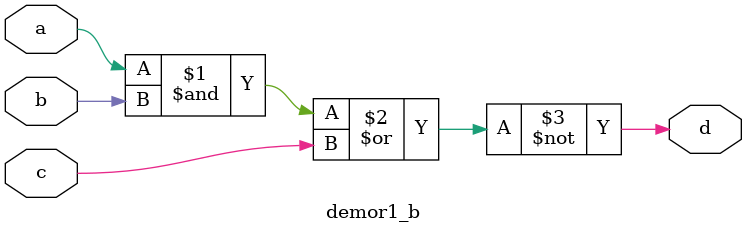
<source format=v>
`timescale 1ns / 1ps


module demor1_b(

input a,b,c,
output d
    );
    
    assign d = ~((a&b)|c);

    
endmodule
</source>
